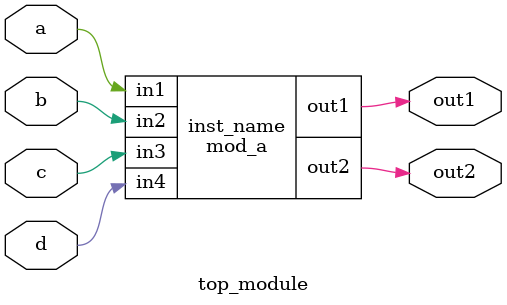
<source format=v>
module mod_a(
	output out1, out2,
	input in1,in2,in3,in4);
	assign out1 = in1 & in2 & in3 & in4; 	//这只是一个简单的示例
	assign out2 = in1 | in2 | in3 | in4;	//这只是一个简单的示例
endmodule

module top_module( 
    input a, 
    input b, 
    input c,
    input d,
    output out1,
    output out2
);

mod_a inst_name(out1,out2,a,b,c,d);

endmodule
</source>
